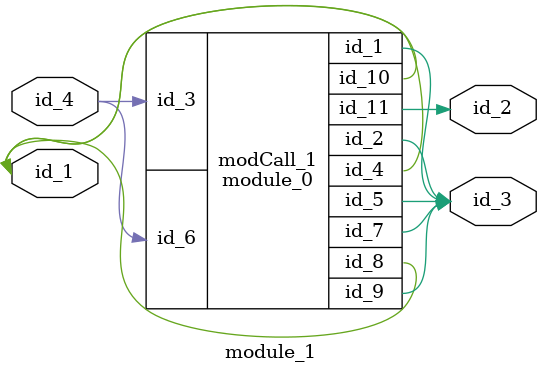
<source format=v>
module module_0 (
    id_1,
    id_2,
    id_3,
    id_4,
    id_5,
    id_6,
    id_7,
    id_8,
    id_9,
    id_10,
    id_11
);
  output wire id_11;
  inout wire id_10;
  output wire id_9;
  inout wire id_8;
  output wor id_7;
  input wire id_6;
  output wire id_5;
  inout wire id_4;
  input wire id_3;
  output wire id_2;
  output wire id_1;
  parameter id_12 = 1;
  assign id_7 = 1;
endmodule
module module_1 (
    id_1,
    id_2,
    id_3,
    id_4
);
  input wire id_4;
  output wire id_3;
  module_0 modCall_1 (
      id_3,
      id_3,
      id_4,
      id_1,
      id_3,
      id_4,
      id_3,
      id_1,
      id_3,
      id_1,
      id_2
  );
  output wire id_2;
  inout wire id_1;
  wire id_5;
endmodule

</source>
